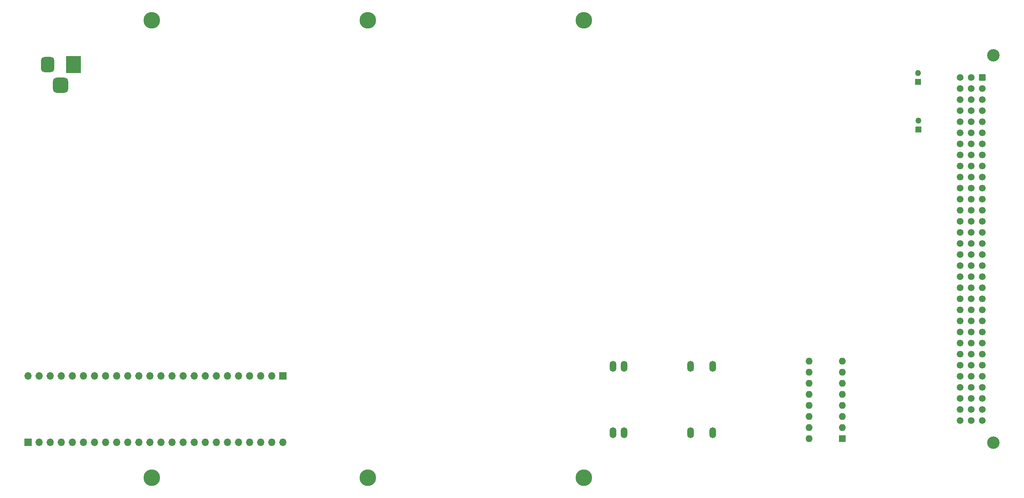
<source format=gbs>
G04 #@! TF.GenerationSoftware,KiCad,Pcbnew,(6.0.2)*
G04 #@! TF.CreationDate,2022-03-07T19:03:20-08:00*
G04 #@! TF.ProjectId,driver_test,64726976-6572-45f7-9465-73742e6b6963,rev?*
G04 #@! TF.SameCoordinates,Original*
G04 #@! TF.FileFunction,Soldermask,Bot*
G04 #@! TF.FilePolarity,Negative*
%FSLAX46Y46*%
G04 Gerber Fmt 4.6, Leading zero omitted, Abs format (unit mm)*
G04 Created by KiCad (PCBNEW (6.0.2)) date 2022-03-07 19:03:20*
%MOMM*%
%LPD*%
G01*
G04 APERTURE LIST*
G04 Aperture macros list*
%AMRoundRect*
0 Rectangle with rounded corners*
0 $1 Rounding radius*
0 $2 $3 $4 $5 $6 $7 $8 $9 X,Y pos of 4 corners*
0 Add a 4 corners polygon primitive as box body*
4,1,4,$2,$3,$4,$5,$6,$7,$8,$9,$2,$3,0*
0 Add four circle primitives for the rounded corners*
1,1,$1+$1,$2,$3*
1,1,$1+$1,$4,$5*
1,1,$1+$1,$6,$7*
1,1,$1+$1,$8,$9*
0 Add four rect primitives between the rounded corners*
20,1,$1+$1,$2,$3,$4,$5,0*
20,1,$1+$1,$4,$5,$6,$7,0*
20,1,$1+$1,$6,$7,$8,$9,0*
20,1,$1+$1,$8,$9,$2,$3,0*%
G04 Aperture macros list end*
%ADD10R,1.350000X1.350000*%
%ADD11O,1.350000X1.350000*%
%ADD12R,1.700000X1.700000*%
%ADD13O,1.700000X1.700000*%
%ADD14O,1.500000X2.500000*%
%ADD15R,1.600000X1.600000*%
%ADD16O,1.600000X1.600000*%
%ADD17C,3.810000*%
%ADD18R,3.500000X4.000000*%
%ADD19RoundRect,0.750000X-0.750000X-1.000000X0.750000X-1.000000X0.750000X1.000000X-0.750000X1.000000X0*%
%ADD20RoundRect,0.875000X-0.875000X-0.875000X0.875000X-0.875000X0.875000X0.875000X-0.875000X0.875000X0*%
%ADD21C,2.850000*%
%ADD22RoundRect,0.249999X-0.525001X0.525001X-0.525001X-0.525001X0.525001X-0.525001X0.525001X0.525001X0*%
%ADD23C,1.550000*%
G04 APERTURE END LIST*
D10*
X233934000Y-53340000D03*
D11*
X233934000Y-51340000D03*
D12*
X88265000Y-109855000D03*
D13*
X85725000Y-109855000D03*
X83185000Y-109855000D03*
X80645000Y-109855000D03*
X78105000Y-109855000D03*
X75565000Y-109855000D03*
X73025000Y-109855000D03*
X70485000Y-109855000D03*
X67945000Y-109855000D03*
X65405000Y-109855000D03*
X62865000Y-109855000D03*
X60325000Y-109855000D03*
X57785000Y-109855000D03*
X55245000Y-109855000D03*
X52705000Y-109855000D03*
X50165000Y-109855000D03*
X47625000Y-109855000D03*
X45085000Y-109855000D03*
X42545000Y-109855000D03*
X40005000Y-109855000D03*
X37465000Y-109855000D03*
X34925000Y-109855000D03*
X32385000Y-109855000D03*
X29845000Y-109855000D03*
D12*
X29845000Y-125095000D03*
D13*
X32385000Y-125095000D03*
X34925000Y-125095000D03*
X37465000Y-125095000D03*
X40005000Y-125095000D03*
X42545000Y-125095000D03*
X45085000Y-125095000D03*
X47625000Y-125095000D03*
X50165000Y-125095000D03*
X52705000Y-125095000D03*
X55245000Y-125095000D03*
X57785000Y-125095000D03*
X60325000Y-125095000D03*
X62865000Y-125095000D03*
X65405000Y-125095000D03*
X67945000Y-125095000D03*
X70485000Y-125095000D03*
X73025000Y-125095000D03*
X75565000Y-125095000D03*
X78105000Y-125095000D03*
X80645000Y-125095000D03*
X83185000Y-125095000D03*
X85725000Y-125095000D03*
X88265000Y-125095000D03*
D10*
X233900000Y-42402000D03*
D11*
X233900000Y-40402000D03*
D14*
X163984000Y-122965500D03*
X166524000Y-122965500D03*
X181764000Y-122965500D03*
X186844000Y-122965500D03*
X186844000Y-107725500D03*
X181764000Y-107725500D03*
X166524000Y-107725500D03*
X163984000Y-107725500D03*
D15*
X216525000Y-124280000D03*
D16*
X216525000Y-121740000D03*
X216525000Y-119200000D03*
X216525000Y-116660000D03*
X216525000Y-114120000D03*
X216525000Y-111580000D03*
X216525000Y-109040000D03*
X216525000Y-106500000D03*
X208905000Y-106500000D03*
X208905000Y-109040000D03*
X208905000Y-111580000D03*
X208905000Y-114120000D03*
X208905000Y-116660000D03*
X208905000Y-119200000D03*
X208905000Y-121740000D03*
X208905000Y-124280000D03*
D17*
X58166000Y-28257500D03*
X157226000Y-28257500D03*
X107696000Y-133286500D03*
X107696000Y-28257500D03*
D18*
X40284500Y-38455500D03*
D19*
X34284500Y-38455500D03*
D20*
X37284500Y-43155500D03*
D17*
X58166000Y-133286500D03*
D21*
X251174600Y-36322000D03*
X251174600Y-125222000D03*
D22*
X248634600Y-41402000D03*
D23*
X248634600Y-43942000D03*
X248634600Y-46482000D03*
X248634600Y-49022000D03*
X248634600Y-51562000D03*
X248634600Y-54102000D03*
X248634600Y-56642000D03*
X248634600Y-59182000D03*
X248634600Y-61722000D03*
X248634600Y-64262000D03*
X248634600Y-66802000D03*
X248634600Y-69342000D03*
X248634600Y-71882000D03*
X248634600Y-74422000D03*
X248634600Y-76962000D03*
X248634600Y-79502000D03*
X248634600Y-82042000D03*
X248634600Y-84582000D03*
X248634600Y-87122000D03*
X248634600Y-89662000D03*
X248634600Y-92202000D03*
X248634600Y-94742000D03*
X248634600Y-97282000D03*
X248634600Y-99822000D03*
X248634600Y-102362000D03*
X248634600Y-104902000D03*
X248634600Y-107442000D03*
X248634600Y-109982000D03*
X248634600Y-112522000D03*
X248634600Y-115062000D03*
X248634600Y-117602000D03*
X248634600Y-120142000D03*
X246094600Y-41402000D03*
X246094600Y-43942000D03*
X246094600Y-46482000D03*
X246094600Y-49022000D03*
X246094600Y-51562000D03*
X246094600Y-54102000D03*
X246094600Y-56642000D03*
X246094600Y-59182000D03*
X246094600Y-61722000D03*
X246094600Y-64262000D03*
X246094600Y-66802000D03*
X246094600Y-69342000D03*
X246094600Y-71882000D03*
X246094600Y-74422000D03*
X246094600Y-76962000D03*
X246094600Y-79502000D03*
X246094600Y-82042000D03*
X246094600Y-84582000D03*
X246094600Y-87122000D03*
X246094600Y-89662000D03*
X246094600Y-92202000D03*
X246094600Y-94742000D03*
X246094600Y-97282000D03*
X246094600Y-99822000D03*
X246094600Y-102362000D03*
X246094600Y-104902000D03*
X246094600Y-107442000D03*
X246094600Y-109982000D03*
X246094600Y-112522000D03*
X246094600Y-115062000D03*
X246094600Y-117602000D03*
X246094600Y-120142000D03*
X243554600Y-41402000D03*
X243554600Y-43942000D03*
X243554600Y-46482000D03*
X243554600Y-49022000D03*
X243554600Y-51562000D03*
X243554600Y-54102000D03*
X243554600Y-56642000D03*
X243554600Y-59182000D03*
X243554600Y-61722000D03*
X243554600Y-64262000D03*
X243554600Y-66802000D03*
X243554600Y-69342000D03*
X243554600Y-71882000D03*
X243554600Y-74422000D03*
X243554600Y-76962000D03*
X243554600Y-79502000D03*
X243554600Y-82042000D03*
X243554600Y-84582000D03*
X243554600Y-87122000D03*
X243554600Y-89662000D03*
X243554600Y-92202000D03*
X243554600Y-94742000D03*
X243554600Y-97282000D03*
X243554600Y-99822000D03*
X243554600Y-102362000D03*
X243554600Y-104902000D03*
X243554600Y-107442000D03*
X243554600Y-109982000D03*
X243554600Y-112522000D03*
X243554600Y-115062000D03*
X243554600Y-117602000D03*
X243554600Y-120142000D03*
D17*
X157226000Y-133286500D03*
M02*

</source>
